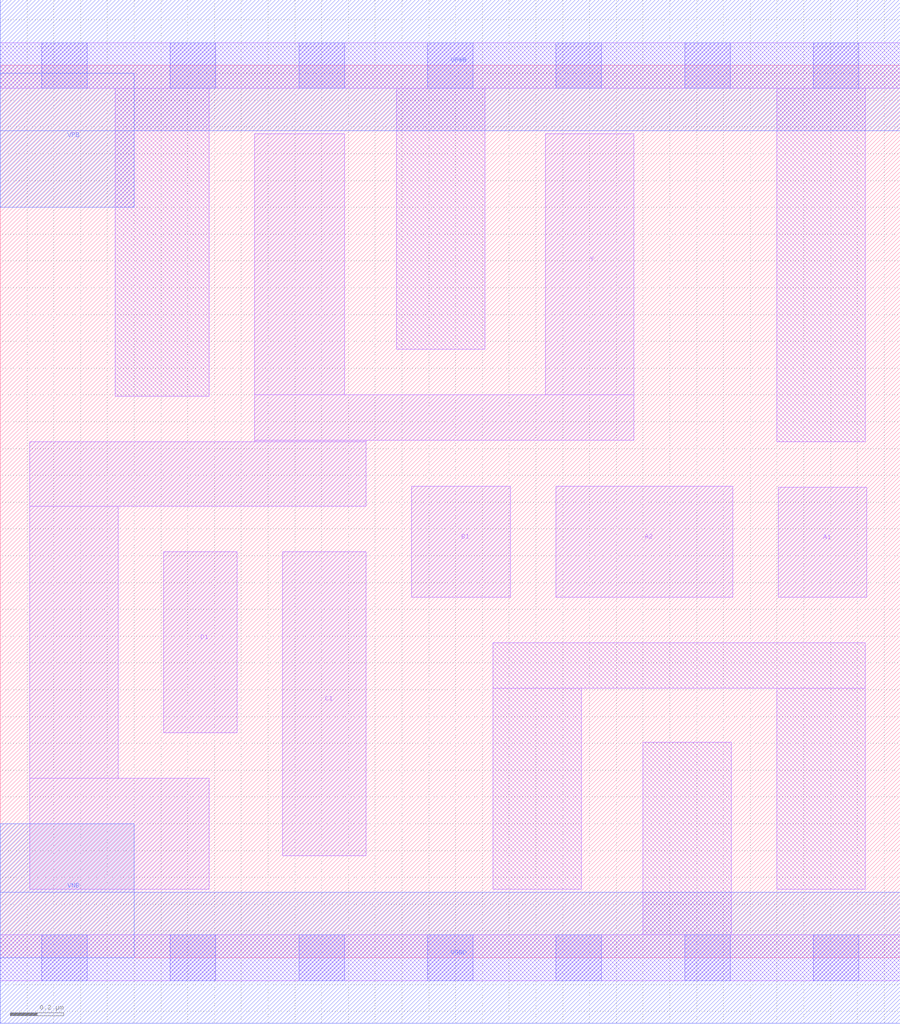
<source format=lef>
# Copyright 2020 The SkyWater PDK Authors
#
# Licensed under the Apache License, Version 2.0 (the "License");
# you may not use this file except in compliance with the License.
# You may obtain a copy of the License at
#
#     https://www.apache.org/licenses/LICENSE-2.0
#
# Unless required by applicable law or agreed to in writing, software
# distributed under the License is distributed on an "AS IS" BASIS,
# WITHOUT WARRANTIES OR CONDITIONS OF ANY KIND, either express or implied.
# See the License for the specific language governing permissions and
# limitations under the License.
#
# SPDX-License-Identifier: Apache-2.0

VERSION 5.5 ;
NAMESCASESENSITIVE ON ;
BUSBITCHARS "[]" ;
DIVIDERCHAR "/" ;
MACRO sky130_fd_sc_lp__o2111ai_1
  CLASS CORE ;
  SOURCE USER ;
  ORIGIN  0.000000  0.000000 ;
  SIZE  3.360000 BY  3.330000 ;
  SYMMETRY X Y R90 ;
  SITE unit ;
  PIN A1
    ANTENNAGATEAREA  0.315000 ;
    DIRECTION INPUT ;
    USE SIGNAL ;
    PORT
      LAYER li1 ;
        RECT 2.905000 1.345000 3.235000 1.755000 ;
    END
  END A1
  PIN A2
    ANTENNAGATEAREA  0.315000 ;
    DIRECTION INPUT ;
    USE SIGNAL ;
    PORT
      LAYER li1 ;
        RECT 2.075000 1.345000 2.735000 1.760000 ;
    END
  END A2
  PIN B1
    ANTENNAGATEAREA  0.315000 ;
    DIRECTION INPUT ;
    USE SIGNAL ;
    PORT
      LAYER li1 ;
        RECT 1.535000 1.345000 1.905000 1.760000 ;
    END
  END B1
  PIN C1
    ANTENNAGATEAREA  0.315000 ;
    DIRECTION INPUT ;
    USE SIGNAL ;
    PORT
      LAYER li1 ;
        RECT 1.055000 0.380000 1.365000 1.515000 ;
    END
  END C1
  PIN D1
    ANTENNAGATEAREA  0.315000 ;
    DIRECTION INPUT ;
    USE SIGNAL ;
    PORT
      LAYER li1 ;
        RECT 0.610000 0.840000 0.885000 1.515000 ;
    END
  END D1
  PIN Y
    ANTENNADIFFAREA  1.528800 ;
    DIRECTION OUTPUT ;
    USE SIGNAL ;
    PORT
      LAYER li1 ;
        RECT 0.110000 0.255000 0.780000 0.670000 ;
        RECT 0.110000 0.670000 0.440000 1.685000 ;
        RECT 0.110000 1.685000 1.365000 1.925000 ;
        RECT 0.950000 1.925000 1.365000 1.930000 ;
        RECT 0.950000 1.930000 2.365000 2.100000 ;
        RECT 0.950000 2.100000 1.285000 3.075000 ;
        RECT 2.035000 2.100000 2.365000 3.075000 ;
    END
  END Y
  PIN VGND
    DIRECTION INOUT ;
    USE GROUND ;
    PORT
      LAYER met1 ;
        RECT 0.000000 -0.245000 3.360000 0.245000 ;
    END
  END VGND
  PIN VNB
    DIRECTION INOUT ;
    USE GROUND ;
    PORT
    END
  END VNB
  PIN VPB
    DIRECTION INOUT ;
    USE POWER ;
    PORT
    END
  END VPB
  PIN VNB
    DIRECTION INOUT ;
    USE GROUND ;
    PORT
      LAYER met1 ;
        RECT 0.000000 0.000000 0.500000 0.500000 ;
    END
  END VNB
  PIN VPB
    DIRECTION INOUT ;
    USE POWER ;
    PORT
      LAYER met1 ;
        RECT 0.000000 2.800000 0.500000 3.300000 ;
    END
  END VPB
  PIN VPWR
    DIRECTION INOUT ;
    USE POWER ;
    PORT
      LAYER met1 ;
        RECT 0.000000 3.085000 3.360000 3.575000 ;
    END
  END VPWR
  OBS
    LAYER li1 ;
      RECT 0.000000 -0.085000 3.360000 0.085000 ;
      RECT 0.000000  3.245000 3.360000 3.415000 ;
      RECT 0.430000  2.095000 0.780000 3.245000 ;
      RECT 1.480000  2.270000 1.810000 3.245000 ;
      RECT 1.840000  0.255000 2.170000 1.005000 ;
      RECT 1.840000  1.005000 3.230000 1.175000 ;
      RECT 2.400000  0.085000 2.730000 0.805000 ;
      RECT 2.900000  0.255000 3.230000 1.005000 ;
      RECT 2.900000  1.925000 3.230000 3.245000 ;
    LAYER mcon ;
      RECT 0.155000 -0.085000 0.325000 0.085000 ;
      RECT 0.155000  3.245000 0.325000 3.415000 ;
      RECT 0.635000 -0.085000 0.805000 0.085000 ;
      RECT 0.635000  3.245000 0.805000 3.415000 ;
      RECT 1.115000 -0.085000 1.285000 0.085000 ;
      RECT 1.115000  3.245000 1.285000 3.415000 ;
      RECT 1.595000 -0.085000 1.765000 0.085000 ;
      RECT 1.595000  3.245000 1.765000 3.415000 ;
      RECT 2.075000 -0.085000 2.245000 0.085000 ;
      RECT 2.075000  3.245000 2.245000 3.415000 ;
      RECT 2.555000 -0.085000 2.725000 0.085000 ;
      RECT 2.555000  3.245000 2.725000 3.415000 ;
      RECT 3.035000 -0.085000 3.205000 0.085000 ;
      RECT 3.035000  3.245000 3.205000 3.415000 ;
  END
END sky130_fd_sc_lp__o2111ai_1
END LIBRARY

</source>
